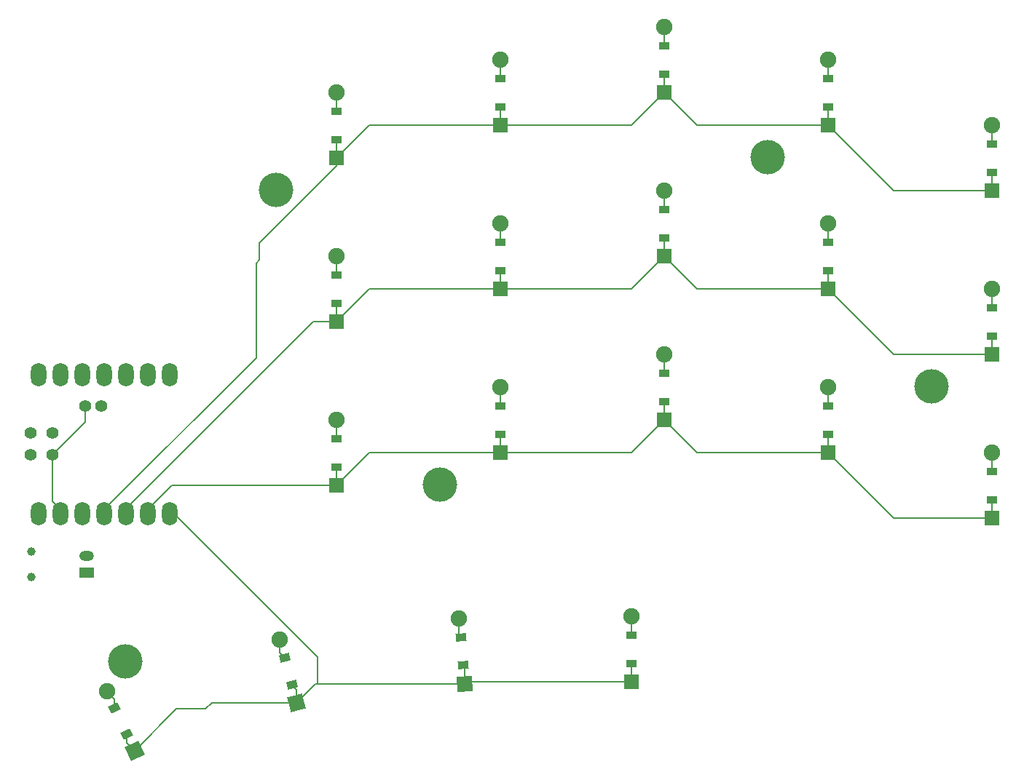
<source format=gbr>
%TF.GenerationSoftware,KiCad,Pcbnew,9.0.6*%
%TF.CreationDate,2026-01-03T00:52:40-08:00*%
%TF.ProjectId,pcb_right,7063625f-7269-4676-9874-2e6b69636164,4.2.1*%
%TF.SameCoordinates,Original*%
%TF.FileFunction,Copper,L1,Top*%
%TF.FilePolarity,Positive*%
%FSLAX46Y46*%
G04 Gerber Fmt 4.6, Leading zero omitted, Abs format (unit mm)*
G04 Created by KiCad (PCBNEW 9.0.6) date 2026-01-03 00:52:40*
%MOMM*%
%LPD*%
G01*
G04 APERTURE LIST*
G04 Aperture macros list*
%AMRotRect*
0 Rectangle, with rotation*
0 The origin of the aperture is its center*
0 $1 length*
0 $2 width*
0 $3 Rotation angle, in degrees counterclockwise*
0 Add horizontal line*
21,1,$1,$2,0,0,$3*%
G04 Aperture macros list end*
%TA.AperFunction,WasherPad*%
%ADD10C,1.000000*%
%TD*%
%TA.AperFunction,ComponentPad*%
%ADD11R,1.778000X1.778000*%
%TD*%
%TA.AperFunction,SMDPad,CuDef*%
%ADD12R,1.200000X0.900000*%
%TD*%
%TA.AperFunction,ComponentPad*%
%ADD13C,1.905000*%
%TD*%
%TA.AperFunction,ComponentPad*%
%ADD14O,1.800000X2.750000*%
%TD*%
%TA.AperFunction,ComponentPad*%
%ADD15C,1.397000*%
%TD*%
%TA.AperFunction,WasherPad*%
%ADD16C,4.000000*%
%TD*%
%TA.AperFunction,ComponentPad*%
%ADD17RotRect,1.778000X1.778000X105.000000*%
%TD*%
%TA.AperFunction,SMDPad,CuDef*%
%ADD18RotRect,0.900000X1.200000X105.000000*%
%TD*%
%TA.AperFunction,ComponentPad*%
%ADD19R,1.700000X1.200000*%
%TD*%
%TA.AperFunction,ComponentPad*%
%ADD20O,1.700000X1.200000*%
%TD*%
%TA.AperFunction,ComponentPad*%
%ADD21RotRect,1.778000X1.778000X95.000000*%
%TD*%
%TA.AperFunction,SMDPad,CuDef*%
%ADD22RotRect,0.900000X1.200000X95.000000*%
%TD*%
%TA.AperFunction,ComponentPad*%
%ADD23RotRect,1.778000X1.778000X115.000000*%
%TD*%
%TA.AperFunction,SMDPad,CuDef*%
%ADD24RotRect,0.900000X1.200000X115.000000*%
%TD*%
%TA.AperFunction,Conductor*%
%ADD25C,0.200000*%
%TD*%
G04 APERTURE END LIST*
D10*
%TO.P,T1,*%
%TO.N,*%
X227700000Y-162690000D03*
X227700000Y-159690000D03*
%TD*%
D11*
%TO.P,D5,1*%
%TO.N,P9*%
X320350000Y-129140000D03*
D12*
X320350000Y-126980000D03*
%TO.P,D5,2*%
%TO.N,mirror_c2_r2*%
X320350000Y-123680000D03*
D13*
X320350000Y-121520000D03*
%TD*%
D11*
%TO.P,D2,1*%
%TO.N,P9*%
X339400000Y-136760000D03*
D12*
X339400000Y-134600000D03*
%TO.P,D2,2*%
%TO.N,mirror_c1_r2*%
X339400000Y-131300000D03*
D13*
X339400000Y-129140000D03*
%TD*%
D11*
%TO.P,D9,1*%
%TO.N,P10*%
X301300000Y-106280000D03*
D12*
X301300000Y-104120000D03*
%TO.P,D9,2*%
%TO.N,mirror_c3_r3*%
X301300000Y-100820000D03*
D13*
X301300000Y-98660000D03*
%TD*%
D14*
%TO.P,_1,1*%
%TO.N,VCC5*%
X228580000Y-155285000D03*
%TO.P,_1,2*%
%TO.N,GND*%
X231120000Y-155285000D03*
%TO.P,_1,3*%
%TO.N,VCC3*%
X233660000Y-155285000D03*
%TO.P,_1,4*%
%TO.N,P10*%
X236200000Y-155285000D03*
%TO.P,_1,5*%
%TO.N,P9*%
X238740000Y-155285000D03*
%TO.P,_1,6*%
%TO.N,P8*%
X241280000Y-155285000D03*
%TO.P,_1,7*%
%TO.N,P7*%
X243820000Y-155285000D03*
D15*
%TO.P,_1,8*%
%TO.N,CLK*%
X227628000Y-148460000D03*
%TO.P,_1,9*%
%TO.N,GND*%
X230168000Y-148460000D03*
D14*
%TO.P,_1,12*%
%TO.N,P6*%
X243820000Y-139095000D03*
%TO.P,_1,13*%
%TO.N,P5*%
X241280000Y-139095000D03*
%TO.P,_1,14*%
%TO.N,P4*%
X238740000Y-139095000D03*
%TO.P,_1,15*%
%TO.N,P3*%
X236200000Y-139095000D03*
%TO.P,_1,16*%
%TO.N,P2*%
X233660000Y-139095000D03*
%TO.P,_1,17*%
%TO.N,P1*%
X231120000Y-139095000D03*
%TO.P,_1,18*%
%TO.N,P0*%
X228580000Y-139095000D03*
D15*
%TO.P,_1,19*%
%TO.N,DIO*%
X227628000Y-145920000D03*
%TO.P,_1,20*%
%TO.N,RST*%
X230168000Y-145920000D03*
%TO.P,_1,21*%
%TO.N,RAW*%
X235883000Y-142745000D03*
%TO.P,_1,22*%
%TO.N,GND*%
X233978000Y-142745000D03*
%TD*%
D16*
%TO.P,,*%
%TO.N,*%
X313350000Y-113830000D03*
%TD*%
D11*
%TO.P,D14,1*%
%TO.N,P9*%
X263200000Y-132950000D03*
D12*
X263200000Y-130790000D03*
%TO.P,D14,2*%
%TO.N,mirror_c5_r2*%
X263200000Y-127490000D03*
D13*
X263200000Y-125330000D03*
%TD*%
D11*
%TO.P,D3,1*%
%TO.N,P10*%
X339400000Y-117710000D03*
D12*
X339400000Y-115550000D03*
%TO.P,D3,2*%
%TO.N,mirror_c1_r3*%
X339400000Y-112250000D03*
D13*
X339400000Y-110090000D03*
%TD*%
D17*
%TO.P,D18,1*%
%TO.N,P7*%
X258587017Y-177300420D03*
D18*
X258027965Y-175214021D03*
%TO.P,D18,2*%
%TO.N,mirror_t3_r*%
X257173865Y-172026465D03*
D13*
X256614813Y-169940066D03*
%TD*%
D11*
%TO.P,D15,1*%
%TO.N,P10*%
X263200000Y-113900000D03*
D12*
X263200000Y-111740000D03*
%TO.P,D15,2*%
%TO.N,mirror_c5_r3*%
X263200000Y-108440000D03*
D13*
X263200000Y-106280000D03*
%TD*%
D11*
%TO.P,D11,1*%
%TO.N,P9*%
X282250000Y-129140000D03*
D12*
X282250000Y-126980000D03*
%TO.P,D11,2*%
%TO.N,mirror_c4_r2*%
X282250000Y-123680000D03*
D13*
X282250000Y-121520000D03*
%TD*%
D11*
%TO.P,D4,1*%
%TO.N,P8*%
X320350000Y-148190000D03*
D12*
X320350000Y-146030000D03*
%TO.P,D4,2*%
%TO.N,mirror_c2_r1*%
X320350000Y-142730000D03*
D13*
X320350000Y-140570000D03*
%TD*%
D11*
%TO.P,D16,1*%
%TO.N,P7*%
X297490000Y-174860000D03*
D12*
X297490000Y-172700000D03*
%TO.P,D16,2*%
%TO.N,mirror_t1_r*%
X297490000Y-169400000D03*
D13*
X297490000Y-167240000D03*
%TD*%
D11*
%TO.P,D8,1*%
%TO.N,P9*%
X301300000Y-125330000D03*
D12*
X301300000Y-123170000D03*
%TO.P,D8,2*%
%TO.N,mirror_c3_r2*%
X301300000Y-119870000D03*
D13*
X301300000Y-117710000D03*
%TD*%
D11*
%TO.P,D1,1*%
%TO.N,P8*%
X339400000Y-155810000D03*
D12*
X339400000Y-153650000D03*
%TO.P,D1,2*%
%TO.N,mirror_c1_r1*%
X339400000Y-150350000D03*
D13*
X339400000Y-148190000D03*
%TD*%
D11*
%TO.P,D10,1*%
%TO.N,P8*%
X282250000Y-148190000D03*
D12*
X282250000Y-146030000D03*
%TO.P,D10,2*%
%TO.N,mirror_c4_r1*%
X282250000Y-142730000D03*
D13*
X282250000Y-140570000D03*
%TD*%
D16*
%TO.P,,*%
%TO.N,*%
X238661336Y-172483431D03*
%TD*%
%TO.P,,*%
%TO.N,*%
X332400000Y-140500000D03*
%TD*%
D19*
%TO.P,JST1,1*%
%TO.N,pos*%
X234200000Y-162190000D03*
D20*
%TO.P,JST1,2*%
%TO.N,GND*%
X234200000Y-160190000D03*
%TD*%
D16*
%TO.P,,*%
%TO.N,*%
X275250000Y-151880000D03*
%TD*%
D11*
%TO.P,D13,1*%
%TO.N,P8*%
X263200000Y-152000000D03*
D12*
X263200000Y-149840000D03*
%TO.P,D13,2*%
%TO.N,mirror_c5_r1*%
X263200000Y-146540000D03*
D13*
X263200000Y-144380000D03*
%TD*%
D21*
%TO.P,D17,1*%
%TO.N,P7*%
X278125824Y-175094205D03*
D22*
X277937568Y-172942424D03*
%TO.P,D17,2*%
%TO.N,mirror_t2_r*%
X277649954Y-169654982D03*
D13*
X277461698Y-167503201D03*
%TD*%
D11*
%TO.P,D6,1*%
%TO.N,P10*%
X320350000Y-110090000D03*
D12*
X320350000Y-107930000D03*
%TO.P,D6,2*%
%TO.N,mirror_c2_r3*%
X320350000Y-104630000D03*
D13*
X320350000Y-102470000D03*
%TD*%
D11*
%TO.P,D7,1*%
%TO.N,P8*%
X301300000Y-144380000D03*
D12*
X301300000Y-142220000D03*
%TO.P,D7,2*%
%TO.N,mirror_c3_r1*%
X301300000Y-138920000D03*
D13*
X301300000Y-136760000D03*
%TD*%
D11*
%TO.P,D12,1*%
%TO.N,P10*%
X282250000Y-110090000D03*
D12*
X282250000Y-107930000D03*
%TO.P,D12,2*%
%TO.N,mirror_c4_r3*%
X282250000Y-104630000D03*
D13*
X282250000Y-102470000D03*
%TD*%
D23*
%TO.P,D19,1*%
%TO.N,P7*%
X239728150Y-182865998D03*
D24*
X238815294Y-180908373D03*
%TO.P,D19,2*%
%TO.N,mirror_t4_r*%
X237420654Y-177917557D03*
D13*
X236507798Y-175959932D03*
%TD*%
D16*
%TO.P,,*%
%TO.N,*%
X256200000Y-117640000D03*
%TD*%
D25*
%TO.N,mirror_c1_r1*%
X339400000Y-148190000D02*
X339400000Y-150350000D01*
%TO.N,mirror_c1_r2*%
X339400000Y-129140000D02*
X339400000Y-131300000D01*
%TO.N,mirror_c1_r3*%
X339400000Y-110090000D02*
X339400000Y-112250000D01*
%TO.N,mirror_c2_r1*%
X320350000Y-140570000D02*
X320350000Y-142730000D01*
%TO.N,mirror_c2_r2*%
X320350000Y-121520000D02*
X320350000Y-123680000D01*
%TO.N,mirror_c2_r3*%
X320350000Y-102470000D02*
X320350000Y-104630000D01*
%TO.N,mirror_c3_r1*%
X301300000Y-136760000D02*
X301300000Y-138920000D01*
%TO.N,mirror_c3_r2*%
X301300000Y-117710000D02*
X301300000Y-119870000D01*
%TO.N,mirror_c3_r3*%
X301300000Y-98660000D02*
X301300000Y-100820000D01*
%TO.N,mirror_c4_r1*%
X282250000Y-140570000D02*
X282250000Y-142730000D01*
%TO.N,mirror_c4_r2*%
X282250000Y-121520000D02*
X282250000Y-123680000D01*
%TO.N,mirror_c4_r3*%
X282250000Y-102470000D02*
X282250000Y-104630000D01*
%TO.N,mirror_c5_r1*%
X263200000Y-144380000D02*
X263200000Y-146540000D01*
%TO.N,mirror_c5_r2*%
X263200000Y-125330000D02*
X263200000Y-127490000D01*
%TO.N,mirror_c5_r3*%
X263200000Y-106280000D02*
X263200000Y-108440000D01*
%TO.N,mirror_t1_r*%
X297490000Y-167240000D02*
X297490000Y-169400000D01*
%TO.N,mirror_t2_r*%
X277461698Y-167503201D02*
X277461698Y-169466726D01*
X277461698Y-169466726D02*
X277649954Y-169654982D01*
%TO.N,mirror_t3_r*%
X256614814Y-171467415D02*
X257173864Y-172026465D01*
X256614814Y-169940066D02*
X256614814Y-171467415D01*
%TO.N,mirror_t4_r*%
X237420654Y-176872788D02*
X237420654Y-177917557D01*
X236507798Y-175959932D02*
X237420654Y-176872788D01*
%TO.N,P8*%
X305110000Y-148190000D02*
X301300000Y-144380000D01*
X244090000Y-152000000D02*
X241280000Y-154810000D01*
X339400000Y-155810000D02*
X327970000Y-155810000D01*
X263200000Y-152000000D02*
X263200000Y-149840000D01*
X320350000Y-148190000D02*
X305110000Y-148190000D01*
X297490000Y-148190000D02*
X301300000Y-144380000D01*
X263200000Y-152000000D02*
X244090000Y-152000000D01*
X339400000Y-155810000D02*
X339400000Y-153650000D01*
X327970000Y-155810000D02*
X320350000Y-148190000D01*
X282250000Y-148190000D02*
X297490000Y-148190000D01*
X263200000Y-152000000D02*
X267010000Y-148190000D01*
X282250000Y-148190000D02*
X282250000Y-146030000D01*
X320350000Y-148190000D02*
X320350000Y-146030000D01*
X301300000Y-144380000D02*
X301300000Y-142220000D01*
X267010000Y-148190000D02*
X282250000Y-148190000D01*
%TO.N,P9*%
X238740000Y-154682291D02*
X238740000Y-154810000D01*
X263200000Y-132950000D02*
X263200000Y-130790000D01*
X282250000Y-129140000D02*
X282250000Y-126980000D01*
X320350000Y-129140000D02*
X320350000Y-126980000D01*
X339400000Y-136760000D02*
X327970000Y-136760000D01*
X327970000Y-136760000D02*
X320350000Y-129140000D01*
X282250000Y-129140000D02*
X267010000Y-129140000D01*
X260472291Y-132950000D02*
X238740000Y-154682291D01*
X301300000Y-125330000D02*
X301300000Y-123170000D01*
X305110000Y-129140000D02*
X301300000Y-125330000D01*
X267010000Y-129140000D02*
X263200000Y-132950000D01*
X320350000Y-129140000D02*
X305110000Y-129140000D01*
X282250000Y-129140000D02*
X297490000Y-129140000D01*
X297490000Y-129140000D02*
X301300000Y-125330000D01*
X339400000Y-136760000D02*
X339400000Y-134600000D01*
X263200000Y-132950000D02*
X260472291Y-132950000D01*
%TO.N,P10*%
X301300000Y-106280000D02*
X305110000Y-110090000D01*
X253855100Y-137154900D02*
X236200000Y-154810000D01*
X339400000Y-117710000D02*
X327970000Y-117710000D01*
X254241000Y-125759000D02*
X253855100Y-126144900D01*
X282250000Y-110090000D02*
X267010000Y-110090000D01*
X339400000Y-115550000D02*
X339400000Y-117710000D01*
X263200000Y-113900000D02*
X263200000Y-114800000D01*
X263200000Y-114800000D02*
X254241000Y-123759000D01*
X327970000Y-117710000D02*
X320350000Y-110090000D01*
X297490000Y-110090000D02*
X301300000Y-106280000D01*
X253855100Y-126144900D02*
X253855100Y-137154900D01*
X263200000Y-113900000D02*
X263200000Y-111740000D01*
X282250000Y-110090000D02*
X297490000Y-110090000D01*
X267010000Y-110090000D02*
X263200000Y-113900000D01*
X301300000Y-106280000D02*
X301300000Y-104120000D01*
X320350000Y-110090000D02*
X320350000Y-107930000D01*
X305110000Y-110090000D02*
X320350000Y-110090000D01*
X282250000Y-110090000D02*
X282250000Y-107930000D01*
X254241000Y-123759000D02*
X254241000Y-125759000D01*
%TO.N,P7*%
X248699580Y-177300420D02*
X258587016Y-177300420D01*
X243820000Y-154810000D02*
X261000000Y-171990000D01*
X258027966Y-175214021D02*
X258587016Y-175773071D01*
X239728150Y-182865998D02*
X244594148Y-178000000D01*
X261000000Y-171990000D02*
X261000000Y-175094205D01*
X261000000Y-175094205D02*
X278125824Y-175094205D01*
X297490000Y-174860000D02*
X297490000Y-172700000D01*
X278360029Y-174860000D02*
X278125824Y-175094205D01*
X244594148Y-178000000D02*
X248000000Y-178000000D01*
X238815294Y-181953142D02*
X239728150Y-182865998D01*
X278125824Y-175094205D02*
X278125824Y-173130680D01*
X238815294Y-180908373D02*
X238815294Y-181953142D01*
X297490000Y-174860000D02*
X278360029Y-174860000D01*
X258587016Y-177300420D02*
X260793231Y-175094205D01*
X278125824Y-173130680D02*
X277937568Y-172942424D01*
X258587016Y-175773071D02*
X258587016Y-177300420D01*
X248000000Y-178000000D02*
X248699580Y-177300420D01*
X260793231Y-175094205D02*
X261000000Y-175094205D01*
%TO.N,GND*%
X230168000Y-153858000D02*
X231120000Y-154810000D01*
X233978000Y-142745000D02*
X233978000Y-144650000D01*
X233978000Y-144650000D02*
X230168000Y-148460000D01*
X230168000Y-148460000D02*
X230168000Y-153858000D01*
%TD*%
M02*

</source>
